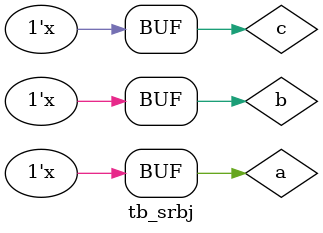
<source format=v>
`timescale 1ns / 1ps


module tb_srbj(
    );
    reg a,b,c; 
    wire d;
    srbj sl(a,b,c,d); 
    initial
    begin
    a=0;b=0;c=0; 
    end
    always #10 {a,b,c}={a,b,c}+1; 
endmodule

</source>
